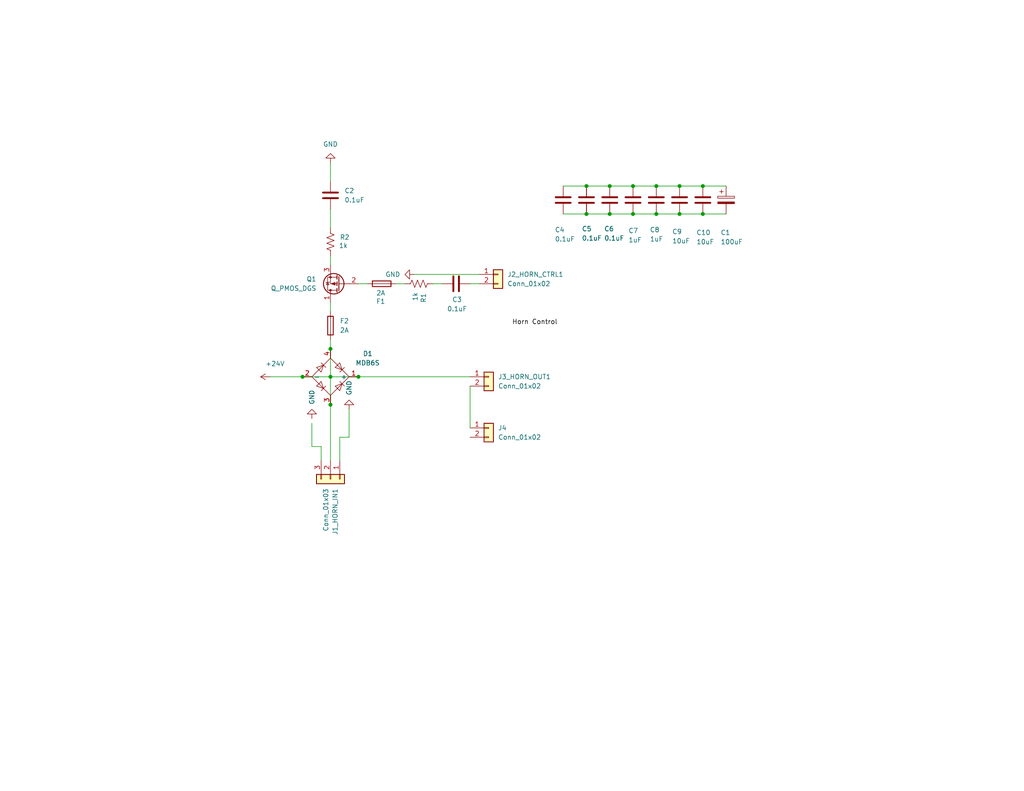
<source format=kicad_sch>
(kicad_sch (version 20231120) (generator "eeschema") (generator_version "8.0")
  (paper "USLetter")
  (title_block (title "Horns Project") (date "2024-09-20") (rev "1.0") (company "Illini Solar Car") (comment 1 "Designed By: Angela Huang"))
  (lib_symbols
    (symbol "Connector_Generic:Conn_01x02" (pin_names (offset 1.016) hide)
      (property "Reference" "J" (at 0 2.54 0))
      (property "Value" "Conn_01x02" (at 0 -5.08 0))
      (symbol "Conn_01x02_1_1"
        (rectangle (start -1.27 -2.413) (end 0 -2.667) (stroke (width 0.1524)))
        (rectangle (start -1.27 0.127) (end 0 -0.127) (stroke (width 0.1524)))
        (rectangle (start -1.27 1.27) (end 1.27 -3.81) (stroke (width 0.254)) (fill (type background)))
        (pin passive line (at -5.08 0 0) (length 3.81) (name "Pin_1") (number "1"))
        (pin passive line (at -5.08 -2.54 0) (length 3.81) (name "Pin_2") (number "2"))
      )
    )
    (symbol "Connector_Generic:Conn_01x03" (pin_names (offset 1.016) hide)
      (property "Reference" "J" (at 0 5.08 0))
      (property "Value" "Conn_01x03" (at 0 -5.08 0))
      (symbol "Conn_01x03_1_1"
        (rectangle (start -1.27 -2.413) (end 0 -2.667) (stroke (width 0.1524)))
        (rectangle (start -1.27 0.127) (end 0 -0.127) (stroke (width 0.1524)))
        (rectangle (start -1.27 2.667) (end 0 2.413) (stroke (width 0.1524)))
        (rectangle (start -1.27 3.81) (end 1.27 -3.81) (stroke (width 0.254)) (fill (type background)))
        (pin passive line (at -5.08 2.54 0) (length 3.81) (name "Pin_1") (number "1"))
        (pin passive line (at -5.08 0 0) (length 3.81) (name "Pin_2") (number "2"))
        (pin passive line (at -5.08 -2.54 0) (length 3.81) (name "Pin_3") (number "3"))
      )
    )
    (symbol "Device:C" (pin_numbers hide) (pin_names (offset 0.254))
      (property "Reference" "C" (at 0.635 2.54 0))
      (property "Value" "C" (at 0.635 -2.54 0))
      (symbol "C_0_1"
        (polyline (pts (xy -2.032 -0.762) (xy 2.032 -0.762)) (stroke (width 0.508)))
        (polyline (pts (xy -2.032 0.762) (xy 2.032 0.762)) (stroke (width 0.508)))
      )
      (symbol "C_1_1"
        (pin passive line (at 0 3.81 270) (length 2.794) (name "~") (number "1"))
        (pin passive line (at 0 -3.81 90) (length 2.794) (name "~") (number "2"))
      )
    )
    (symbol "Device:C_Polarized" (pin_numbers hide) (pin_names (offset 0.254))
      (property "Reference" "C" (at 0.635 2.54 0))
      (property "Value" "C_Polarized" (at 0.635 -2.54 0))
      (symbol "C_Polarized_0_1"
        (rectangle (start -2.286 0.508) (end 2.286 1.016))
        (polyline (pts (xy -1.778 2.286) (xy -0.762 2.286)))
        (polyline (pts (xy -1.27 2.794) (xy -1.27 1.778)))
        (rectangle (start 2.286 -0.508) (end -2.286 -1.016) (fill (type outline)))
      )
      (symbol "C_Polarized_1_1"
        (pin passive line (at 0 3.81 270) (length 2.794) (name "~") (number "1"))
        (pin passive line (at 0 -3.81 90) (length 2.794) (name "~") (number "2"))
      )
    )
    (symbol "Device:Fuse" (pin_numbers hide) (pin_names (offset 0))
      (property "Reference" "F" (at 2.032 0 90))
      (property "Value" "Fuse" (at -1.905 0 90))
      (symbol "Fuse_0_1"
        (rectangle (start -0.762 -2.54) (end 0.762 2.54) (stroke (width 0.254)))
        (polyline (pts (xy 0 2.54) (xy 0 -2.54)))
      )
      (symbol "Fuse_1_1"
        (pin passive line (at 0 3.81 270) (length 1.27) (name "~") (number "1"))
        (pin passive line (at 0 -3.81 90) (length 1.27) (name "~") (number "2"))
      )
    )
    (symbol "Device:Q_PMOS_DGS" (pin_names (offset 0) hide)
      (property "Reference" "Q" (at 5.08 1.27 0))
      (property "Value" "Q_PMOS_DGS" (at 5.08 -1.27 0))
      (symbol "Q_PMOS_DGS_0_1"
        (polyline (pts (xy 0.254 0) (xy -2.54 0)))
        (polyline (pts (xy 0.254 1.905) (xy 0.254 -1.905)) (stroke (width 0.254)))
        (polyline (pts (xy 0.762 -1.27) (xy 0.762 -2.286)) (stroke (width 0.254)))
        (polyline (pts (xy 0.762 0.508) (xy 0.762 -0.508)) (stroke (width 0.254)))
        (polyline (pts (xy 0.762 2.286) (xy 0.762 1.27)) (stroke (width 0.254)))
        (polyline (pts (xy 2.54 2.54) (xy 2.54 1.778)))
        (polyline (pts (xy 2.54 -2.54) (xy 2.54 0) (xy 0.762 0)))
        (polyline (pts (xy 0.762 1.778) (xy 3.302 1.778) (xy 3.302 -1.778) (xy 0.762 -1.778)))
        (polyline (pts (xy 2.286 0) (xy 1.27 0.381) (xy 1.27 -0.381) (xy 2.286 0)) (fill (type outline)))
        (polyline (pts (xy 2.794 -0.508) (xy 2.921 -0.381) (xy 3.683 -0.381) (xy 3.81 -0.254)))
        (polyline (pts (xy 3.302 -0.381) (xy 2.921 0.254) (xy 3.683 0.254) (xy 3.302 -0.381)))
        (circle (center 1.651 0) (radius 2.794) (stroke (width 0.254)))
        (circle (center 2.54 -1.778) (radius 0.254) (fill (type outline)))
        (circle (center 2.54 1.778) (radius 0.254) (fill (type outline)))
      )
      (symbol "Q_PMOS_DGS_1_1"
        (pin passive line (at 2.54 5.08 270) (length 2.54) (name "D") (number "1"))
        (pin input line (at -5.08 0 0) (length 2.54) (name "G") (number "2"))
        (pin passive line (at 2.54 -5.08 90) (length 2.54) (name "S") (number "3"))
      )
    )
    (symbol "Device:R_US" (pin_numbers hide) (pin_names (offset 0))
      (property "Reference" "R" (at 2.54 0 90))
      (property "Value" "R_US" (at -2.54 0 90))
      (symbol "R_US_0_1"
        (polyline (pts (xy 0 -2.286) (xy 0 -2.54)))
        (polyline (pts (xy 0 2.286) (xy 0 2.54)))
        (polyline (pts (xy 0 -0.762) (xy 1.016 -1.143) (xy 0 -1.524) (xy -1.016 -1.905) (xy 0 -2.286)))
        (polyline (pts (xy 0 0.762) (xy 1.016 0.381) (xy 0 0) (xy -1.016 -0.381) (xy 0 -0.762)))
        (polyline (pts (xy 0 2.286) (xy 1.016 1.905) (xy 0 1.524) (xy -1.016 1.143) (xy 0 0.762)))
      )
      (symbol "R_US_1_1"
        (pin passive line (at 0 3.81 270) (length 1.27) (name "~") (number "1"))
        (pin passive line (at 0 -3.81 90) (length 1.27) (name "~") (number "2"))
      )
    )
    (symbol "Diode_Bridge:MDB6S"
      (property "Reference" "D" (at 3.81 6.35 0))
      (property "Value" "MDB6S" (at 6.35 3.81 0))
      (symbol "MDB6S_1_1"
        (polyline (pts (xy -2.54 3.81) (xy -1.27 2.54)))
        (polyline (pts (xy -1.27 -2.54) (xy -2.54 -3.81)))
        (polyline (pts (xy 2.54 -1.27) (xy 3.81 -2.54)))
        (polyline (pts (xy 2.54 1.27) (xy 3.81 2.54)))
        (polyline (pts (xy -3.81 2.54) (xy -2.54 1.27) (xy -1.905 3.175) (xy -3.81 2.54)))
        (polyline (pts (xy -2.54 -1.27) (xy -3.81 -2.54) (xy -1.905 -3.175) (xy -2.54 -1.27)))
        (polyline (pts (xy 1.27 2.54) (xy 2.54 3.81) (xy 3.175 1.905) (xy 1.27 2.54)))
        (polyline (pts (xy 3.175 -1.905) (xy 1.27 -2.54) (xy 2.54 -3.81) (xy 3.175 -1.905)))
        (polyline (pts (xy -5.08 0) (xy 0 -5.08) (xy 5.08 0) (xy 0 5.08) (xy -5.08 0)))
        (pin passive line (at 7.62 0 180) (length 2.54) (name "+") (number "1"))
        (pin passive line (at -7.62 0 0) (length 2.54) (name "-") (number "2"))
        (pin passive line (at 0 -7.62 90) (length 2.54) (name "~") (number "3"))
        (pin passive line (at 0 7.62 270) (length 2.54) (name "~") (number "4"))
      )
    )
    (symbol "power:+24V" (power) (pin_names (offset 0))
      (property "Value" "+24V" (at 0 3.556 0))
      (symbol "+24V_0_1"
        (polyline (pts (xy -0.762 1.27) (xy 0 2.54)))
        (polyline (pts (xy 0 0) (xy 0 2.54)))
        (polyline (pts (xy 0 2.54) (xy 0.762 1.27)))
      )
      (symbol "+24V_1_1"
        (pin power_in line (at 0 0 90) (length 0) hide (name "+24V") (number "1"))
      )
    )
    (symbol "power:GND" (power) (pin_names (offset 0))
      (property "Value" "GND" (at 0 -3.81 0))
      (symbol "GND_0_1"
        (polyline (pts (xy 0 0) (xy 0 -1.27) (xy 1.27 -1.27) (xy 0 -2.54) (xy -1.27 -1.27) (xy 0 -1.27)))
      )
      (symbol "GND_1_1"
        (pin power_in line (at 0 0 270) (length 0) hide (name "GND") (number "1"))
      )
    )
  )
  (junction (at 179.07 58.42))
  (junction (at 185.42 58.42))
  (junction (at 166.37 58.42))
  (junction (at 160.02 50.8))
  (junction (at 90.17 102.87))
  (junction (at 82.55 102.87))
  (junction (at 172.72 50.8))
  (junction (at 160.02 58.42))
  (junction (at 185.42 50.8))
  (junction (at 191.77 58.42))
  (junction (at 90.17 110.49))
  (junction (at 179.07 50.8))
  (junction (at 97.79 102.87))
  (junction (at 166.37 50.8))
  (junction (at 172.72 58.42))
  (junction (at 90.17 95.25))
  (junction (at 191.77 50.8))
  (wire (pts (xy 92.71 119.38) (xy 95.25 119.38)))
  (wire (pts (xy 191.77 58.42) (xy 198.12 58.42)))
  (wire (pts (xy 90.17 57.15) (xy 90.17 62.23)))
  (wire (pts (xy 97.79 102.87) (xy 128.27 102.87)))
  (wire (pts (xy 185.42 58.42) (xy 191.77 58.42)))
  (wire (pts (xy 153.67 50.8) (xy 160.02 50.8)))
  (wire (pts (xy 90.17 102.87) (xy 97.79 102.87)))
  (wire (pts (xy 85.09 115.57) (xy 85.09 121.92)))
  (wire (pts (xy 85.09 121.92) (xy 87.63 121.92)))
  (wire (pts (xy 185.42 50.8) (xy 191.77 50.8)))
  (wire (pts (xy 160.02 50.8) (xy 166.37 50.8)))
  (wire (pts (xy 90.17 69.85) (xy 90.17 72.39)))
  (wire (pts (xy 90.17 102.87) (xy 90.17 110.49)))
  (wire (pts (xy 82.55 102.87) (xy 90.17 102.87)))
  (wire (pts (xy 90.17 110.49) (xy 90.17 125.73)))
  (wire (pts (xy 166.37 58.42) (xy 172.72 58.42)))
  (wire (pts (xy 90.17 95.25) (xy 90.17 102.87)))
  (wire (pts (xy 113.03 74.93) (xy 130.81 74.93)))
  (wire (pts (xy 90.17 92.71) (xy 90.17 95.25)))
  (wire (pts (xy 90.17 82.55) (xy 90.17 85.09)))
  (wire (pts (xy 153.67 58.42) (xy 160.02 58.42)))
  (wire (pts (xy 118.11 77.47) (xy 120.65 77.47)))
  (wire (pts (xy 95.25 119.38) (xy 95.25 111.76)))
  (wire (pts (xy 73.66 102.87) (xy 82.55 102.87)))
  (wire (pts (xy 87.63 121.92) (xy 87.63 125.73)))
  (wire (pts (xy 90.17 44.45) (xy 90.17 49.53)))
  (wire (pts (xy 92.71 119.38) (xy 92.71 125.73)))
  (wire (pts (xy 128.27 105.41) (xy 128.27 116.84)))
  (wire (pts (xy 128.27 77.47) (xy 130.81 77.47)))
  (wire (pts (xy 166.37 50.8) (xy 172.72 50.8)))
  (wire (pts (xy 172.72 58.42) (xy 179.07 58.42)))
  (wire (pts (xy 172.72 50.8) (xy 179.07 50.8)))
  (wire (pts (xy 191.77 50.8) (xy 198.12 50.8)))
  (wire (pts (xy 97.79 77.47) (xy 100.33 77.47)))
  (wire (pts (xy 107.95 77.47) (xy 110.49 77.47)))
  (wire (pts (xy 179.07 50.8) (xy 185.42 50.8)))
  (wire (pts (xy 160.02 58.42) (xy 166.37 58.42)))
  (wire (pts (xy 179.07 58.42) (xy 185.42 58.42)))
  (label "Horn Control" (at 139.7 88.9 0))
  (symbol (lib_id "Device:C") (at 90.17 53.34 0) (unit 1)
    (property "Reference" "C2" (at 93.98 52.0699 0) (effects (justify left)))
    (property "Value" "0.1uF" (at 93.98 54.6099 0) (effects (justify left)))
    (property "Description" "Unpolarized capacitor" (effects (hide yes)))
  )
  (symbol (lib_id "Connector_Generic:Conn_01x02") (at 133.35 102.87 0) (unit 1)
    (property "Reference" "J3_HORN_OUT1" (at 135.89 102.8699 0) (effects (justify left)))
    (property "Value" "Conn_01x02" (at 135.89 105.4099 0) (effects (justify left)))
    (property "Description" "Generic connector, single row, 01x02, script generated (kicad-library-utils/schlib/autogen/connector/)" (effects (hide yes)))
  )
  (symbol (lib_id "Device:R_US") (at 114.3 77.47 270) (unit 1)
    (property "Reference" "R1" (at 115.5701 80.01 0) (effects (justify left)))
    (property "Value" "1k" (at 113.284 79.756 0) (effects (justify left)))
    (property "Description" "Resistor, US symbol" (effects (hide yes)))
  )
  (symbol (lib_id "Device:C") (at 191.77 54.61 0) (unit 1)
    (property "Reference" "C10" (at 189.992 63.5 0) (effects (justify left)))
    (property "Value" "10uF" (at 189.992 66.04 0) (effects (justify left)))
    (property "Description" "Unpolarized capacitor" (effects (hide yes)))
  )
  (symbol (lib_id "power:GND") (at 90.17 44.45 180) (unit 1)
    (property "Reference" "#PWR05" (effects (hide yes)))
    (property "Value" "GND" (at 90.17 39.37 0))
    (property "Description" "Power symbol creates a global label with name \"GND\" , ground" (effects (hide yes)))
  )
  (symbol (lib_id "Device:Fuse") (at 90.17 88.9 0) (unit 1)
    (property "Reference" "F2" (at 92.71 87.6299 0) (effects (justify left)))
    (property "Value" "2A" (at 92.71 90.1699 0) (effects (justify left)))
    (property "Description" "Fuse" (effects (hide yes)))
  )
  (symbol (lib_id "power:+24V") (at 73.66 102.87 90) (unit 1)
    (property "Reference" "#PWR04" (effects (hide yes)))
    (property "Value" "+24V" (at 72.39 99.314 90) (effects (justify right)))
    (property "Description" "Power symbol creates a global label with name \"+24V\"" (effects (hide yes)))
  )
  (symbol (lib_id "power:GND") (at 113.03 74.93 270) (unit 1)
    (property "Reference" "#PWR03" (effects (hide yes)))
    (property "Value" "GND" (at 109.22 74.9299 90) (effects (justify right)))
    (property "Description" "Power symbol creates a global label with name \"GND\" , ground" (effects (hide yes)))
  )
  (symbol (lib_id "Device:Q_PMOS_DGS") (at 92.71 77.47 180) (unit 1)
    (property "Reference" "Q1" (at 86.36 76.1999 0) (effects (justify left)))
    (property "Value" "Q_PMOS_DGS" (at 86.36 78.7399 0) (effects (justify left)))
    (property "Description" "P-MOSFET transistor, drain/gate/source" (effects (hide yes)))
  )
  (symbol (lib_id "Diode_Bridge:MDB6S") (at 90.17 102.87 0) (unit 1)
    (property "Reference" "D1" (at 100.33 96.5514 0))
    (property "Value" "MDB6S" (at 100.33 99.0914 0))
    (property "Footprint" "Package_SO:TSSOP-4_4.4x5mm_P4mm" (effects (hide yes)))
    (property "Datasheet" "https://www.onsemi.com/pub/Collateral/MDB8S-D.PDF" (effects (hide yes)))
    (property "Description" "Single-Phase Bridge Rectifier, 420V Vrms, 1A If, TSSOP-4" (effects (hide yes)))
  )
  (symbol (lib_id "Device:C") (at 153.67 54.61 0) (unit 1)
    (property "Reference" "C4" (at 151.384 62.738 0) (effects (justify left)))
    (property "Value" "0.1uF" (at 151.384 65.278 0) (effects (justify left)))
    (property "Description" "Unpolarized capacitor" (effects (hide yes)))
  )
  (symbol (lib_id "Device:C") (at 179.07 54.61 0) (unit 1)
    (property "Reference" "C8" (at 177.292 62.738 0) (effects (justify left)))
    (property "Value" "1uF" (at 177.292 65.278 0) (effects (justify left)))
    (property "Description" "Unpolarized capacitor" (effects (hide yes)))
  )
  (symbol (lib_id "Device:C_Polarized") (at 198.12 54.61 0) (unit 1)
    (property "Reference" "C1" (at 196.596 63.5 0) (effects (justify left)))
    (property "Value" "100uF" (at 196.596 66.04 0) (effects (justify left)))
    (property "Description" "Polarized capacitor" (effects (hide yes)))
  )
  (symbol (lib_id "Device:C") (at 124.46 77.47 270) (unit 1)
    (property "Reference" "C3" (at 124.714 81.788 90))
    (property "Value" "0.1uF" (at 124.714 84.328 90))
    (property "Description" "Unpolarized capacitor" (effects (hide yes)))
  )
  (symbol (lib_id "Device:Fuse") (at 104.14 77.47 90) (unit 1)
    (property "Reference" "F1" (at 103.886 82.296 90))
    (property "Value" "2A" (at 103.886 80.01 90))
    (property "Description" "Fuse" (effects (hide yes)))
  )
  (symbol (lib_id "Connector_Generic:Conn_01x02") (at 135.89 74.93 0) (unit 1)
    (property "Reference" "J2_HORN_CTRL1" (at 138.43 74.9299 0) (effects (justify left)))
    (property "Value" "Conn_01x02" (at 138.43 77.4699 0) (effects (justify left)))
    (property "Description" "Generic connector, single row, 01x02, script generated (kicad-library-utils/schlib/autogen/connector/)" (effects (hide yes)))
  )
  (symbol (lib_id "Connector_Generic:Conn_01x03") (at 90.17 130.81 270) (unit 1)
    (property "Reference" "J1_HORN_IN1" (at 91.4401 133.35 0) (effects (justify left)))
    (property "Value" "Conn_01x03" (at 88.9001 133.35 0) (effects (justify left)))
    (property "Description" "Generic connector, single row, 01x03, script generated (kicad-library-utils/schlib/autogen/connector/)" (effects (hide yes)))
  )
  (symbol (lib_id "power:GND") (at 85.09 114.3 180) (unit 1)
    (property "Reference" "#PWR02" (effects (hide yes)))
    (property "Value" "GND" (at 85.0901 110.49 90) (effects (justify right)))
    (property "Description" "Power symbol creates a global label with name \"GND\" , ground" (effects (hide yes)))
  )
  (symbol (lib_id "Device:C") (at 166.37 54.61 0) (unit 1)
    (property "Reference" "C6" (at 164.846 62.484 0) (effects (justify left)))
    (property "Value" "0.1uF" (at 164.846 65.024 0) (effects (justify left)))
    (property "Description" "Unpolarized capacitor" (effects (hide yes)))
  )
  (symbol (lib_id "power:GND") (at 95.25 111.76 180) (unit 1)
    (property "Reference" "#PWR01" (effects (hide yes)))
    (property "Value" "GND" (at 95.2501 107.95 90) (effects (justify right)))
    (property "Description" "Power symbol creates a global label with name \"GND\" , ground" (effects (hide yes)))
  )
  (symbol (lib_id "Device:C") (at 185.42 54.61 0) (unit 1)
    (property "Reference" "C9" (at 183.388 63.246 0) (effects (justify left)))
    (property "Value" "10uF" (at 183.388 65.786 0) (effects (justify left)))
    (property "Description" "Unpolarized capacitor" (effects (hide yes)))
  )
  (symbol (lib_id "Device:C") (at 172.72 54.61 0) (unit 1)
    (property "Reference" "C7" (at 171.45 62.992 0) (effects (justify left)))
    (property "Value" "1uF" (at 171.45 65.532 0) (effects (justify left)))
    (property "Description" "Unpolarized capacitor" (effects (hide yes)))
  )
  (symbol (lib_id "Connector_Generic:Conn_01x02") (at 133.35 116.84 0) (unit 1)
    (property "Reference" "J4" (at 135.89 116.8399 0) (effects (justify left)))
    (property "Value" "Conn_01x02" (at 135.89 119.3799 0) (effects (justify left)))
    (property "Description" "Generic connector, single row, 01x02, script generated (kicad-library-utils/schlib/autogen/connector/)" (effects (hide yes)))
  )
  (symbol (lib_id "Device:R_US") (at 90.17 66.04 0) (unit 1)
    (property "Reference" "R2" (at 92.71 64.7699 0) (effects (justify left)))
    (property "Value" "1k" (at 92.456 67.056 0) (effects (justify left)))
    (property "Description" "Resistor, US symbol" (effects (hide yes)))
  )
  (symbol (lib_id "Device:C") (at 160.02 54.61 0) (unit 1)
    (property "Reference" "C5" (at 158.75 62.484 0) (effects (justify left)))
    (property "Value" "0.1uF" (at 158.75 65.024 0) (effects (justify left)))
    (property "Description" "Unpolarized capacitor" (effects (hide yes)))
  )
)
</source>
